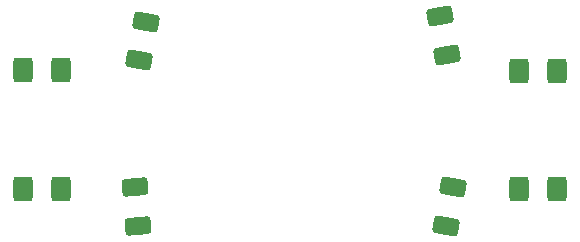
<source format=gbr>
%TF.GenerationSoftware,KiCad,Pcbnew,8.0.8*%
%TF.CreationDate,2025-04-07T01:24:50-03:00*%
%TF.ProjectId,Sao_Bomb,53616f5f-426f-46d6-922e-6b696361645f,rev?*%
%TF.SameCoordinates,Original*%
%TF.FileFunction,Paste,Top*%
%TF.FilePolarity,Positive*%
%FSLAX46Y46*%
G04 Gerber Fmt 4.6, Leading zero omitted, Abs format (unit mm)*
G04 Created by KiCad (PCBNEW 8.0.8) date 2025-04-07 01:24:50*
%MOMM*%
%LPD*%
G01*
G04 APERTURE LIST*
G04 Aperture macros list*
%AMRoundRect*
0 Rectangle with rounded corners*
0 $1 Rounding radius*
0 $2 $3 $4 $5 $6 $7 $8 $9 X,Y pos of 4 corners*
0 Add a 4 corners polygon primitive as box body*
4,1,4,$2,$3,$4,$5,$6,$7,$8,$9,$2,$3,0*
0 Add four circle primitives for the rounded corners*
1,1,$1+$1,$2,$3*
1,1,$1+$1,$4,$5*
1,1,$1+$1,$6,$7*
1,1,$1+$1,$8,$9*
0 Add four rect primitives between the rounded corners*
20,1,$1+$1,$2,$3,$4,$5,0*
20,1,$1+$1,$4,$5,$6,$7,0*
20,1,$1+$1,$6,$7,$8,$9,0*
20,1,$1+$1,$8,$9,$2,$3,0*%
G04 Aperture macros list end*
%ADD10RoundRect,0.288462X0.719064X-0.595448X0.879354X0.313604X-0.719064X0.595448X-0.879354X-0.313604X0*%
%ADD11RoundRect,0.288462X0.848676X-0.389052X0.768224X0.530512X-0.848676X0.389052X-0.768224X-0.530512X0*%
%ADD12RoundRect,0.288462X-0.879354X0.313604X-0.719064X-0.595448X0.879354X-0.313604X0.719064X0.595448X0*%
%ADD13RoundRect,0.285088X0.527412X0.764912X-0.527412X0.764912X-0.527412X-0.764912X0.527412X-0.764912X0*%
%ADD14RoundRect,0.288462X-0.719064X0.595448X-0.879354X-0.313604X0.719064X-0.595448X0.879354X0.313604X0*%
%ADD15RoundRect,0.285088X-0.527412X-0.764912X0.527412X-0.764912X0.527412X0.764912X-0.527412X0.764912X0*%
G04 APERTURE END LIST*
D10*
%TO.C,R4*%
X162213481Y-104124933D03*
X162786519Y-100875067D03*
%TD*%
D11*
%TO.C,R2*%
X136143807Y-104143721D03*
X135856193Y-100856279D03*
%TD*%
D12*
%TO.C,R3*%
X161713481Y-86375067D03*
X162286519Y-89624933D03*
%TD*%
D13*
%TO.C,D3*%
X171587500Y-91025000D03*
X168412500Y-91025000D03*
%TD*%
%TO.C,D4*%
X171587500Y-101025000D03*
X168412500Y-101025000D03*
%TD*%
D14*
%TO.C,R1*%
X136786519Y-86875067D03*
X136213481Y-90124933D03*
%TD*%
D15*
%TO.C,D1*%
X126412500Y-90975000D03*
X129587500Y-90975000D03*
%TD*%
%TO.C,D2*%
X126412500Y-100975000D03*
X129587500Y-100975000D03*
%TD*%
M02*

</source>
